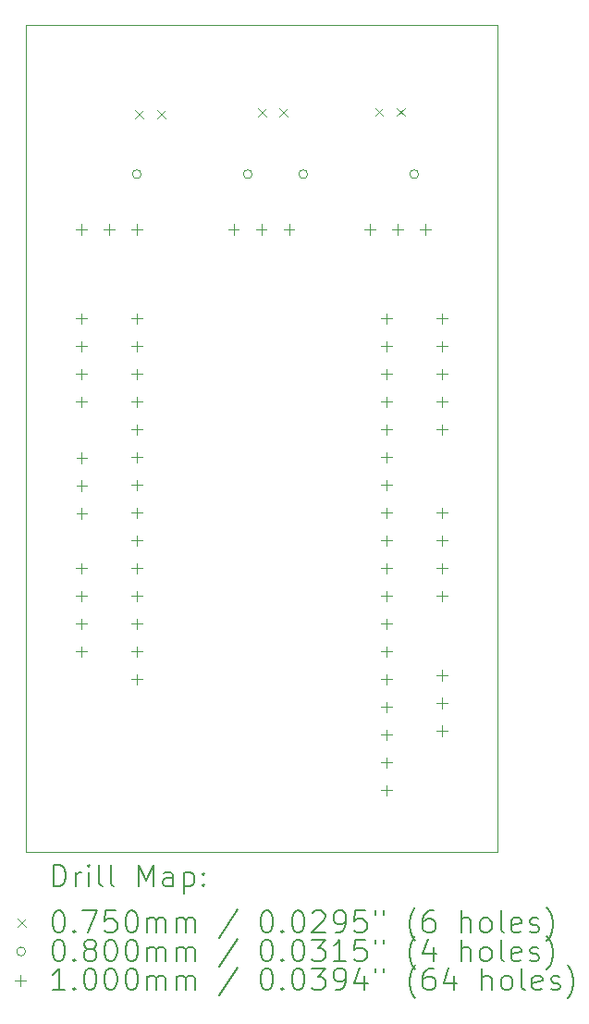
<source format=gbr>
%TF.GenerationSoftware,KiCad,Pcbnew,6.0.7-f9a2dced07~116~ubuntu20.04.1*%
%TF.CreationDate,2022-07-30T18:16:04+02:00*%
%TF.ProjectId,fatrug,66617472-7567-42e6-9b69-6361645f7063,rev?*%
%TF.SameCoordinates,Original*%
%TF.FileFunction,Drillmap*%
%TF.FilePolarity,Positive*%
%FSLAX45Y45*%
G04 Gerber Fmt 4.5, Leading zero omitted, Abs format (unit mm)*
G04 Created by KiCad (PCBNEW 6.0.7-f9a2dced07~116~ubuntu20.04.1) date 2022-07-30 18:16:04*
%MOMM*%
%LPD*%
G01*
G04 APERTURE LIST*
%ADD10C,0.100000*%
%ADD11C,0.200000*%
%ADD12C,0.075000*%
%ADD13C,0.080000*%
G04 APERTURE END LIST*
D10*
X5842000Y-10872500D02*
X5842000Y-3302000D01*
X10160000Y-10872500D02*
X5842000Y-10872500D01*
X10160000Y-3302000D02*
X10160000Y-10872500D01*
X5842000Y-3302000D02*
X10160000Y-3302000D01*
D11*
D12*
X6840000Y-4077500D02*
X6915000Y-4152500D01*
X6915000Y-4077500D02*
X6840000Y-4152500D01*
X7040000Y-4077500D02*
X7115000Y-4152500D01*
X7115000Y-4077500D02*
X7040000Y-4152500D01*
X7963500Y-4065000D02*
X8038500Y-4140000D01*
X8038500Y-4065000D02*
X7963500Y-4140000D01*
X8163500Y-4065000D02*
X8238500Y-4140000D01*
X8238500Y-4065000D02*
X8163500Y-4140000D01*
X9037500Y-4060000D02*
X9112500Y-4135000D01*
X9112500Y-4060000D02*
X9037500Y-4135000D01*
X9237500Y-4060000D02*
X9312500Y-4135000D01*
X9312500Y-4060000D02*
X9237500Y-4135000D01*
D13*
X6896000Y-4667000D02*
G75*
G03*
X6896000Y-4667000I-40000J0D01*
G01*
X7912000Y-4667000D02*
G75*
G03*
X7912000Y-4667000I-40000J0D01*
G01*
X8420000Y-4667000D02*
G75*
G03*
X8420000Y-4667000I-40000J0D01*
G01*
X9436000Y-4667000D02*
G75*
G03*
X9436000Y-4667000I-40000J0D01*
G01*
D10*
X6348000Y-5125000D02*
X6348000Y-5225000D01*
X6298000Y-5175000D02*
X6398000Y-5175000D01*
X6349500Y-5939500D02*
X6349500Y-6039500D01*
X6299500Y-5989500D02*
X6399500Y-5989500D01*
X6349500Y-6193500D02*
X6349500Y-6293500D01*
X6299500Y-6243500D02*
X6399500Y-6243500D01*
X6349500Y-6447500D02*
X6349500Y-6547500D01*
X6299500Y-6497500D02*
X6399500Y-6497500D01*
X6349500Y-6701500D02*
X6349500Y-6801500D01*
X6299500Y-6751500D02*
X6399500Y-6751500D01*
X6349500Y-8225500D02*
X6349500Y-8325500D01*
X6299500Y-8275500D02*
X6399500Y-8275500D01*
X6349500Y-8479500D02*
X6349500Y-8579500D01*
X6299500Y-8529500D02*
X6399500Y-8529500D01*
X6349500Y-8733500D02*
X6349500Y-8833500D01*
X6299500Y-8783500D02*
X6399500Y-8783500D01*
X6349500Y-8987500D02*
X6349500Y-9087500D01*
X6299500Y-9037500D02*
X6399500Y-9037500D01*
X6352500Y-7212500D02*
X6352500Y-7312500D01*
X6302500Y-7262500D02*
X6402500Y-7262500D01*
X6352500Y-7466500D02*
X6352500Y-7566500D01*
X6302500Y-7516500D02*
X6402500Y-7516500D01*
X6352500Y-7720500D02*
X6352500Y-7820500D01*
X6302500Y-7770500D02*
X6402500Y-7770500D01*
X6602000Y-5125000D02*
X6602000Y-5225000D01*
X6552000Y-5175000D02*
X6652000Y-5175000D01*
X6856000Y-5125000D02*
X6856000Y-5225000D01*
X6806000Y-5175000D02*
X6906000Y-5175000D01*
X6857500Y-5939500D02*
X6857500Y-6039500D01*
X6807500Y-5989500D02*
X6907500Y-5989500D01*
X6857500Y-6193500D02*
X6857500Y-6293500D01*
X6807500Y-6243500D02*
X6907500Y-6243500D01*
X6857500Y-6447500D02*
X6857500Y-6547500D01*
X6807500Y-6497500D02*
X6907500Y-6497500D01*
X6857500Y-6701500D02*
X6857500Y-6801500D01*
X6807500Y-6751500D02*
X6907500Y-6751500D01*
X6857500Y-6955500D02*
X6857500Y-7055500D01*
X6807500Y-7005500D02*
X6907500Y-7005500D01*
X6857500Y-7209500D02*
X6857500Y-7309500D01*
X6807500Y-7259500D02*
X6907500Y-7259500D01*
X6857500Y-7463500D02*
X6857500Y-7563500D01*
X6807500Y-7513500D02*
X6907500Y-7513500D01*
X6857500Y-7717500D02*
X6857500Y-7817500D01*
X6807500Y-7767500D02*
X6907500Y-7767500D01*
X6857500Y-7971500D02*
X6857500Y-8071500D01*
X6807500Y-8021500D02*
X6907500Y-8021500D01*
X6857500Y-8225500D02*
X6857500Y-8325500D01*
X6807500Y-8275500D02*
X6907500Y-8275500D01*
X6857500Y-8479500D02*
X6857500Y-8579500D01*
X6807500Y-8529500D02*
X6907500Y-8529500D01*
X6857500Y-8733500D02*
X6857500Y-8833500D01*
X6807500Y-8783500D02*
X6907500Y-8783500D01*
X6857500Y-8987500D02*
X6857500Y-9087500D01*
X6807500Y-9037500D02*
X6907500Y-9037500D01*
X6857500Y-9241500D02*
X6857500Y-9341500D01*
X6807500Y-9291500D02*
X6907500Y-9291500D01*
X7742000Y-5125000D02*
X7742000Y-5225000D01*
X7692000Y-5175000D02*
X7792000Y-5175000D01*
X7996000Y-5125000D02*
X7996000Y-5225000D01*
X7946000Y-5175000D02*
X8046000Y-5175000D01*
X8250000Y-5125000D02*
X8250000Y-5225000D01*
X8200000Y-5175000D02*
X8300000Y-5175000D01*
X8992000Y-5125000D02*
X8992000Y-5225000D01*
X8942000Y-5175000D02*
X9042000Y-5175000D01*
X9143500Y-5939500D02*
X9143500Y-6039500D01*
X9093500Y-5989500D02*
X9193500Y-5989500D01*
X9143500Y-6193500D02*
X9143500Y-6293500D01*
X9093500Y-6243500D02*
X9193500Y-6243500D01*
X9143500Y-6447500D02*
X9143500Y-6547500D01*
X9093500Y-6497500D02*
X9193500Y-6497500D01*
X9143500Y-6701500D02*
X9143500Y-6801500D01*
X9093500Y-6751500D02*
X9193500Y-6751500D01*
X9143500Y-6955500D02*
X9143500Y-7055500D01*
X9093500Y-7005500D02*
X9193500Y-7005500D01*
X9143500Y-7209500D02*
X9143500Y-7309500D01*
X9093500Y-7259500D02*
X9193500Y-7259500D01*
X9143500Y-7463500D02*
X9143500Y-7563500D01*
X9093500Y-7513500D02*
X9193500Y-7513500D01*
X9143500Y-7717500D02*
X9143500Y-7817500D01*
X9093500Y-7767500D02*
X9193500Y-7767500D01*
X9143500Y-7971500D02*
X9143500Y-8071500D01*
X9093500Y-8021500D02*
X9193500Y-8021500D01*
X9143500Y-8225500D02*
X9143500Y-8325500D01*
X9093500Y-8275500D02*
X9193500Y-8275500D01*
X9143500Y-8479500D02*
X9143500Y-8579500D01*
X9093500Y-8529500D02*
X9193500Y-8529500D01*
X9143500Y-8733500D02*
X9143500Y-8833500D01*
X9093500Y-8783500D02*
X9193500Y-8783500D01*
X9143500Y-8987500D02*
X9143500Y-9087500D01*
X9093500Y-9037500D02*
X9193500Y-9037500D01*
X9143500Y-9241500D02*
X9143500Y-9341500D01*
X9093500Y-9291500D02*
X9193500Y-9291500D01*
X9143500Y-9495500D02*
X9143500Y-9595500D01*
X9093500Y-9545500D02*
X9193500Y-9545500D01*
X9143500Y-9749500D02*
X9143500Y-9849500D01*
X9093500Y-9799500D02*
X9193500Y-9799500D01*
X9143500Y-10003500D02*
X9143500Y-10103500D01*
X9093500Y-10053500D02*
X9193500Y-10053500D01*
X9143500Y-10257500D02*
X9143500Y-10357500D01*
X9093500Y-10307500D02*
X9193500Y-10307500D01*
X9246000Y-5125000D02*
X9246000Y-5225000D01*
X9196000Y-5175000D02*
X9296000Y-5175000D01*
X9500000Y-5125000D02*
X9500000Y-5225000D01*
X9450000Y-5175000D02*
X9550000Y-5175000D01*
X9650000Y-9200000D02*
X9650000Y-9300000D01*
X9600000Y-9250000D02*
X9700000Y-9250000D01*
X9650000Y-9454000D02*
X9650000Y-9554000D01*
X9600000Y-9504000D02*
X9700000Y-9504000D01*
X9650000Y-9708000D02*
X9650000Y-9808000D01*
X9600000Y-9758000D02*
X9700000Y-9758000D01*
X9651500Y-5939500D02*
X9651500Y-6039500D01*
X9601500Y-5989500D02*
X9701500Y-5989500D01*
X9651500Y-6193500D02*
X9651500Y-6293500D01*
X9601500Y-6243500D02*
X9701500Y-6243500D01*
X9651500Y-6447500D02*
X9651500Y-6547500D01*
X9601500Y-6497500D02*
X9701500Y-6497500D01*
X9651500Y-6701500D02*
X9651500Y-6801500D01*
X9601500Y-6751500D02*
X9701500Y-6751500D01*
X9651500Y-6955500D02*
X9651500Y-7055500D01*
X9601500Y-7005500D02*
X9701500Y-7005500D01*
X9651500Y-7717500D02*
X9651500Y-7817500D01*
X9601500Y-7767500D02*
X9701500Y-7767500D01*
X9651500Y-7971500D02*
X9651500Y-8071500D01*
X9601500Y-8021500D02*
X9701500Y-8021500D01*
X9651500Y-8225500D02*
X9651500Y-8325500D01*
X9601500Y-8275500D02*
X9701500Y-8275500D01*
X9651500Y-8479500D02*
X9651500Y-8579500D01*
X9601500Y-8529500D02*
X9701500Y-8529500D01*
D11*
X6094619Y-11187976D02*
X6094619Y-10987976D01*
X6142238Y-10987976D01*
X6170809Y-10997500D01*
X6189857Y-11016548D01*
X6199381Y-11035595D01*
X6208905Y-11073690D01*
X6208905Y-11102262D01*
X6199381Y-11140357D01*
X6189857Y-11159405D01*
X6170809Y-11178452D01*
X6142238Y-11187976D01*
X6094619Y-11187976D01*
X6294619Y-11187976D02*
X6294619Y-11054643D01*
X6294619Y-11092738D02*
X6304143Y-11073690D01*
X6313667Y-11064167D01*
X6332714Y-11054643D01*
X6351762Y-11054643D01*
X6418428Y-11187976D02*
X6418428Y-11054643D01*
X6418428Y-10987976D02*
X6408905Y-10997500D01*
X6418428Y-11007024D01*
X6427952Y-10997500D01*
X6418428Y-10987976D01*
X6418428Y-11007024D01*
X6542238Y-11187976D02*
X6523190Y-11178452D01*
X6513667Y-11159405D01*
X6513667Y-10987976D01*
X6647000Y-11187976D02*
X6627952Y-11178452D01*
X6618428Y-11159405D01*
X6618428Y-10987976D01*
X6875571Y-11187976D02*
X6875571Y-10987976D01*
X6942238Y-11130833D01*
X7008905Y-10987976D01*
X7008905Y-11187976D01*
X7189857Y-11187976D02*
X7189857Y-11083214D01*
X7180333Y-11064167D01*
X7161286Y-11054643D01*
X7123190Y-11054643D01*
X7104143Y-11064167D01*
X7189857Y-11178452D02*
X7170809Y-11187976D01*
X7123190Y-11187976D01*
X7104143Y-11178452D01*
X7094619Y-11159405D01*
X7094619Y-11140357D01*
X7104143Y-11121310D01*
X7123190Y-11111786D01*
X7170809Y-11111786D01*
X7189857Y-11102262D01*
X7285095Y-11054643D02*
X7285095Y-11254643D01*
X7285095Y-11064167D02*
X7304143Y-11054643D01*
X7342238Y-11054643D01*
X7361286Y-11064167D01*
X7370809Y-11073690D01*
X7380333Y-11092738D01*
X7380333Y-11149881D01*
X7370809Y-11168929D01*
X7361286Y-11178452D01*
X7342238Y-11187976D01*
X7304143Y-11187976D01*
X7285095Y-11178452D01*
X7466048Y-11168929D02*
X7475571Y-11178452D01*
X7466048Y-11187976D01*
X7456524Y-11178452D01*
X7466048Y-11168929D01*
X7466048Y-11187976D01*
X7466048Y-11064167D02*
X7475571Y-11073690D01*
X7466048Y-11083214D01*
X7456524Y-11073690D01*
X7466048Y-11064167D01*
X7466048Y-11083214D01*
D12*
X5762000Y-11480000D02*
X5837000Y-11555000D01*
X5837000Y-11480000D02*
X5762000Y-11555000D01*
D11*
X6132714Y-11407976D02*
X6151762Y-11407976D01*
X6170809Y-11417500D01*
X6180333Y-11427024D01*
X6189857Y-11446071D01*
X6199381Y-11484167D01*
X6199381Y-11531786D01*
X6189857Y-11569881D01*
X6180333Y-11588928D01*
X6170809Y-11598452D01*
X6151762Y-11607976D01*
X6132714Y-11607976D01*
X6113667Y-11598452D01*
X6104143Y-11588928D01*
X6094619Y-11569881D01*
X6085095Y-11531786D01*
X6085095Y-11484167D01*
X6094619Y-11446071D01*
X6104143Y-11427024D01*
X6113667Y-11417500D01*
X6132714Y-11407976D01*
X6285095Y-11588928D02*
X6294619Y-11598452D01*
X6285095Y-11607976D01*
X6275571Y-11598452D01*
X6285095Y-11588928D01*
X6285095Y-11607976D01*
X6361286Y-11407976D02*
X6494619Y-11407976D01*
X6408905Y-11607976D01*
X6666048Y-11407976D02*
X6570809Y-11407976D01*
X6561286Y-11503214D01*
X6570809Y-11493690D01*
X6589857Y-11484167D01*
X6637476Y-11484167D01*
X6656524Y-11493690D01*
X6666048Y-11503214D01*
X6675571Y-11522262D01*
X6675571Y-11569881D01*
X6666048Y-11588928D01*
X6656524Y-11598452D01*
X6637476Y-11607976D01*
X6589857Y-11607976D01*
X6570809Y-11598452D01*
X6561286Y-11588928D01*
X6799381Y-11407976D02*
X6818428Y-11407976D01*
X6837476Y-11417500D01*
X6847000Y-11427024D01*
X6856524Y-11446071D01*
X6866048Y-11484167D01*
X6866048Y-11531786D01*
X6856524Y-11569881D01*
X6847000Y-11588928D01*
X6837476Y-11598452D01*
X6818428Y-11607976D01*
X6799381Y-11607976D01*
X6780333Y-11598452D01*
X6770809Y-11588928D01*
X6761286Y-11569881D01*
X6751762Y-11531786D01*
X6751762Y-11484167D01*
X6761286Y-11446071D01*
X6770809Y-11427024D01*
X6780333Y-11417500D01*
X6799381Y-11407976D01*
X6951762Y-11607976D02*
X6951762Y-11474643D01*
X6951762Y-11493690D02*
X6961286Y-11484167D01*
X6980333Y-11474643D01*
X7008905Y-11474643D01*
X7027952Y-11484167D01*
X7037476Y-11503214D01*
X7037476Y-11607976D01*
X7037476Y-11503214D02*
X7047000Y-11484167D01*
X7066048Y-11474643D01*
X7094619Y-11474643D01*
X7113667Y-11484167D01*
X7123190Y-11503214D01*
X7123190Y-11607976D01*
X7218428Y-11607976D02*
X7218428Y-11474643D01*
X7218428Y-11493690D02*
X7227952Y-11484167D01*
X7247000Y-11474643D01*
X7275571Y-11474643D01*
X7294619Y-11484167D01*
X7304143Y-11503214D01*
X7304143Y-11607976D01*
X7304143Y-11503214D02*
X7313667Y-11484167D01*
X7332714Y-11474643D01*
X7361286Y-11474643D01*
X7380333Y-11484167D01*
X7389857Y-11503214D01*
X7389857Y-11607976D01*
X7780333Y-11398452D02*
X7608905Y-11655595D01*
X8037476Y-11407976D02*
X8056524Y-11407976D01*
X8075571Y-11417500D01*
X8085095Y-11427024D01*
X8094619Y-11446071D01*
X8104143Y-11484167D01*
X8104143Y-11531786D01*
X8094619Y-11569881D01*
X8085095Y-11588928D01*
X8075571Y-11598452D01*
X8056524Y-11607976D01*
X8037476Y-11607976D01*
X8018428Y-11598452D01*
X8008905Y-11588928D01*
X7999381Y-11569881D01*
X7989857Y-11531786D01*
X7989857Y-11484167D01*
X7999381Y-11446071D01*
X8008905Y-11427024D01*
X8018428Y-11417500D01*
X8037476Y-11407976D01*
X8189857Y-11588928D02*
X8199381Y-11598452D01*
X8189857Y-11607976D01*
X8180333Y-11598452D01*
X8189857Y-11588928D01*
X8189857Y-11607976D01*
X8323190Y-11407976D02*
X8342238Y-11407976D01*
X8361286Y-11417500D01*
X8370809Y-11427024D01*
X8380333Y-11446071D01*
X8389857Y-11484167D01*
X8389857Y-11531786D01*
X8380333Y-11569881D01*
X8370809Y-11588928D01*
X8361286Y-11598452D01*
X8342238Y-11607976D01*
X8323190Y-11607976D01*
X8304143Y-11598452D01*
X8294619Y-11588928D01*
X8285095Y-11569881D01*
X8275571Y-11531786D01*
X8275571Y-11484167D01*
X8285095Y-11446071D01*
X8294619Y-11427024D01*
X8304143Y-11417500D01*
X8323190Y-11407976D01*
X8466048Y-11427024D02*
X8475571Y-11417500D01*
X8494619Y-11407976D01*
X8542238Y-11407976D01*
X8561286Y-11417500D01*
X8570810Y-11427024D01*
X8580333Y-11446071D01*
X8580333Y-11465119D01*
X8570810Y-11493690D01*
X8456524Y-11607976D01*
X8580333Y-11607976D01*
X8675571Y-11607976D02*
X8713667Y-11607976D01*
X8732714Y-11598452D01*
X8742238Y-11588928D01*
X8761286Y-11560357D01*
X8770810Y-11522262D01*
X8770810Y-11446071D01*
X8761286Y-11427024D01*
X8751762Y-11417500D01*
X8732714Y-11407976D01*
X8694619Y-11407976D01*
X8675571Y-11417500D01*
X8666048Y-11427024D01*
X8656524Y-11446071D01*
X8656524Y-11493690D01*
X8666048Y-11512738D01*
X8675571Y-11522262D01*
X8694619Y-11531786D01*
X8732714Y-11531786D01*
X8751762Y-11522262D01*
X8761286Y-11512738D01*
X8770810Y-11493690D01*
X8951762Y-11407976D02*
X8856524Y-11407976D01*
X8847000Y-11503214D01*
X8856524Y-11493690D01*
X8875571Y-11484167D01*
X8923190Y-11484167D01*
X8942238Y-11493690D01*
X8951762Y-11503214D01*
X8961286Y-11522262D01*
X8961286Y-11569881D01*
X8951762Y-11588928D01*
X8942238Y-11598452D01*
X8923190Y-11607976D01*
X8875571Y-11607976D01*
X8856524Y-11598452D01*
X8847000Y-11588928D01*
X9037476Y-11407976D02*
X9037476Y-11446071D01*
X9113667Y-11407976D02*
X9113667Y-11446071D01*
X9408905Y-11684167D02*
X9399381Y-11674643D01*
X9380333Y-11646071D01*
X9370810Y-11627024D01*
X9361286Y-11598452D01*
X9351762Y-11550833D01*
X9351762Y-11512738D01*
X9361286Y-11465119D01*
X9370810Y-11436548D01*
X9380333Y-11417500D01*
X9399381Y-11388928D01*
X9408905Y-11379405D01*
X9570810Y-11407976D02*
X9532714Y-11407976D01*
X9513667Y-11417500D01*
X9504143Y-11427024D01*
X9485095Y-11455595D01*
X9475571Y-11493690D01*
X9475571Y-11569881D01*
X9485095Y-11588928D01*
X9494619Y-11598452D01*
X9513667Y-11607976D01*
X9551762Y-11607976D01*
X9570810Y-11598452D01*
X9580333Y-11588928D01*
X9589857Y-11569881D01*
X9589857Y-11522262D01*
X9580333Y-11503214D01*
X9570810Y-11493690D01*
X9551762Y-11484167D01*
X9513667Y-11484167D01*
X9494619Y-11493690D01*
X9485095Y-11503214D01*
X9475571Y-11522262D01*
X9827952Y-11607976D02*
X9827952Y-11407976D01*
X9913667Y-11607976D02*
X9913667Y-11503214D01*
X9904143Y-11484167D01*
X9885095Y-11474643D01*
X9856524Y-11474643D01*
X9837476Y-11484167D01*
X9827952Y-11493690D01*
X10037476Y-11607976D02*
X10018429Y-11598452D01*
X10008905Y-11588928D01*
X9999381Y-11569881D01*
X9999381Y-11512738D01*
X10008905Y-11493690D01*
X10018429Y-11484167D01*
X10037476Y-11474643D01*
X10066048Y-11474643D01*
X10085095Y-11484167D01*
X10094619Y-11493690D01*
X10104143Y-11512738D01*
X10104143Y-11569881D01*
X10094619Y-11588928D01*
X10085095Y-11598452D01*
X10066048Y-11607976D01*
X10037476Y-11607976D01*
X10218429Y-11607976D02*
X10199381Y-11598452D01*
X10189857Y-11579405D01*
X10189857Y-11407976D01*
X10370810Y-11598452D02*
X10351762Y-11607976D01*
X10313667Y-11607976D01*
X10294619Y-11598452D01*
X10285095Y-11579405D01*
X10285095Y-11503214D01*
X10294619Y-11484167D01*
X10313667Y-11474643D01*
X10351762Y-11474643D01*
X10370810Y-11484167D01*
X10380333Y-11503214D01*
X10380333Y-11522262D01*
X10285095Y-11541309D01*
X10456524Y-11598452D02*
X10475571Y-11607976D01*
X10513667Y-11607976D01*
X10532714Y-11598452D01*
X10542238Y-11579405D01*
X10542238Y-11569881D01*
X10532714Y-11550833D01*
X10513667Y-11541309D01*
X10485095Y-11541309D01*
X10466048Y-11531786D01*
X10456524Y-11512738D01*
X10456524Y-11503214D01*
X10466048Y-11484167D01*
X10485095Y-11474643D01*
X10513667Y-11474643D01*
X10532714Y-11484167D01*
X10608905Y-11684167D02*
X10618429Y-11674643D01*
X10637476Y-11646071D01*
X10647000Y-11627024D01*
X10656524Y-11598452D01*
X10666048Y-11550833D01*
X10666048Y-11512738D01*
X10656524Y-11465119D01*
X10647000Y-11436548D01*
X10637476Y-11417500D01*
X10618429Y-11388928D01*
X10608905Y-11379405D01*
D13*
X5837000Y-11781500D02*
G75*
G03*
X5837000Y-11781500I-40000J0D01*
G01*
D11*
X6132714Y-11671976D02*
X6151762Y-11671976D01*
X6170809Y-11681500D01*
X6180333Y-11691024D01*
X6189857Y-11710071D01*
X6199381Y-11748167D01*
X6199381Y-11795786D01*
X6189857Y-11833881D01*
X6180333Y-11852928D01*
X6170809Y-11862452D01*
X6151762Y-11871976D01*
X6132714Y-11871976D01*
X6113667Y-11862452D01*
X6104143Y-11852928D01*
X6094619Y-11833881D01*
X6085095Y-11795786D01*
X6085095Y-11748167D01*
X6094619Y-11710071D01*
X6104143Y-11691024D01*
X6113667Y-11681500D01*
X6132714Y-11671976D01*
X6285095Y-11852928D02*
X6294619Y-11862452D01*
X6285095Y-11871976D01*
X6275571Y-11862452D01*
X6285095Y-11852928D01*
X6285095Y-11871976D01*
X6408905Y-11757690D02*
X6389857Y-11748167D01*
X6380333Y-11738643D01*
X6370809Y-11719595D01*
X6370809Y-11710071D01*
X6380333Y-11691024D01*
X6389857Y-11681500D01*
X6408905Y-11671976D01*
X6447000Y-11671976D01*
X6466048Y-11681500D01*
X6475571Y-11691024D01*
X6485095Y-11710071D01*
X6485095Y-11719595D01*
X6475571Y-11738643D01*
X6466048Y-11748167D01*
X6447000Y-11757690D01*
X6408905Y-11757690D01*
X6389857Y-11767214D01*
X6380333Y-11776738D01*
X6370809Y-11795786D01*
X6370809Y-11833881D01*
X6380333Y-11852928D01*
X6389857Y-11862452D01*
X6408905Y-11871976D01*
X6447000Y-11871976D01*
X6466048Y-11862452D01*
X6475571Y-11852928D01*
X6485095Y-11833881D01*
X6485095Y-11795786D01*
X6475571Y-11776738D01*
X6466048Y-11767214D01*
X6447000Y-11757690D01*
X6608905Y-11671976D02*
X6627952Y-11671976D01*
X6647000Y-11681500D01*
X6656524Y-11691024D01*
X6666048Y-11710071D01*
X6675571Y-11748167D01*
X6675571Y-11795786D01*
X6666048Y-11833881D01*
X6656524Y-11852928D01*
X6647000Y-11862452D01*
X6627952Y-11871976D01*
X6608905Y-11871976D01*
X6589857Y-11862452D01*
X6580333Y-11852928D01*
X6570809Y-11833881D01*
X6561286Y-11795786D01*
X6561286Y-11748167D01*
X6570809Y-11710071D01*
X6580333Y-11691024D01*
X6589857Y-11681500D01*
X6608905Y-11671976D01*
X6799381Y-11671976D02*
X6818428Y-11671976D01*
X6837476Y-11681500D01*
X6847000Y-11691024D01*
X6856524Y-11710071D01*
X6866048Y-11748167D01*
X6866048Y-11795786D01*
X6856524Y-11833881D01*
X6847000Y-11852928D01*
X6837476Y-11862452D01*
X6818428Y-11871976D01*
X6799381Y-11871976D01*
X6780333Y-11862452D01*
X6770809Y-11852928D01*
X6761286Y-11833881D01*
X6751762Y-11795786D01*
X6751762Y-11748167D01*
X6761286Y-11710071D01*
X6770809Y-11691024D01*
X6780333Y-11681500D01*
X6799381Y-11671976D01*
X6951762Y-11871976D02*
X6951762Y-11738643D01*
X6951762Y-11757690D02*
X6961286Y-11748167D01*
X6980333Y-11738643D01*
X7008905Y-11738643D01*
X7027952Y-11748167D01*
X7037476Y-11767214D01*
X7037476Y-11871976D01*
X7037476Y-11767214D02*
X7047000Y-11748167D01*
X7066048Y-11738643D01*
X7094619Y-11738643D01*
X7113667Y-11748167D01*
X7123190Y-11767214D01*
X7123190Y-11871976D01*
X7218428Y-11871976D02*
X7218428Y-11738643D01*
X7218428Y-11757690D02*
X7227952Y-11748167D01*
X7247000Y-11738643D01*
X7275571Y-11738643D01*
X7294619Y-11748167D01*
X7304143Y-11767214D01*
X7304143Y-11871976D01*
X7304143Y-11767214D02*
X7313667Y-11748167D01*
X7332714Y-11738643D01*
X7361286Y-11738643D01*
X7380333Y-11748167D01*
X7389857Y-11767214D01*
X7389857Y-11871976D01*
X7780333Y-11662452D02*
X7608905Y-11919595D01*
X8037476Y-11671976D02*
X8056524Y-11671976D01*
X8075571Y-11681500D01*
X8085095Y-11691024D01*
X8094619Y-11710071D01*
X8104143Y-11748167D01*
X8104143Y-11795786D01*
X8094619Y-11833881D01*
X8085095Y-11852928D01*
X8075571Y-11862452D01*
X8056524Y-11871976D01*
X8037476Y-11871976D01*
X8018428Y-11862452D01*
X8008905Y-11852928D01*
X7999381Y-11833881D01*
X7989857Y-11795786D01*
X7989857Y-11748167D01*
X7999381Y-11710071D01*
X8008905Y-11691024D01*
X8018428Y-11681500D01*
X8037476Y-11671976D01*
X8189857Y-11852928D02*
X8199381Y-11862452D01*
X8189857Y-11871976D01*
X8180333Y-11862452D01*
X8189857Y-11852928D01*
X8189857Y-11871976D01*
X8323190Y-11671976D02*
X8342238Y-11671976D01*
X8361286Y-11681500D01*
X8370809Y-11691024D01*
X8380333Y-11710071D01*
X8389857Y-11748167D01*
X8389857Y-11795786D01*
X8380333Y-11833881D01*
X8370809Y-11852928D01*
X8361286Y-11862452D01*
X8342238Y-11871976D01*
X8323190Y-11871976D01*
X8304143Y-11862452D01*
X8294619Y-11852928D01*
X8285095Y-11833881D01*
X8275571Y-11795786D01*
X8275571Y-11748167D01*
X8285095Y-11710071D01*
X8294619Y-11691024D01*
X8304143Y-11681500D01*
X8323190Y-11671976D01*
X8456524Y-11671976D02*
X8580333Y-11671976D01*
X8513667Y-11748167D01*
X8542238Y-11748167D01*
X8561286Y-11757690D01*
X8570810Y-11767214D01*
X8580333Y-11786262D01*
X8580333Y-11833881D01*
X8570810Y-11852928D01*
X8561286Y-11862452D01*
X8542238Y-11871976D01*
X8485095Y-11871976D01*
X8466048Y-11862452D01*
X8456524Y-11852928D01*
X8770810Y-11871976D02*
X8656524Y-11871976D01*
X8713667Y-11871976D02*
X8713667Y-11671976D01*
X8694619Y-11700548D01*
X8675571Y-11719595D01*
X8656524Y-11729119D01*
X8951762Y-11671976D02*
X8856524Y-11671976D01*
X8847000Y-11767214D01*
X8856524Y-11757690D01*
X8875571Y-11748167D01*
X8923190Y-11748167D01*
X8942238Y-11757690D01*
X8951762Y-11767214D01*
X8961286Y-11786262D01*
X8961286Y-11833881D01*
X8951762Y-11852928D01*
X8942238Y-11862452D01*
X8923190Y-11871976D01*
X8875571Y-11871976D01*
X8856524Y-11862452D01*
X8847000Y-11852928D01*
X9037476Y-11671976D02*
X9037476Y-11710071D01*
X9113667Y-11671976D02*
X9113667Y-11710071D01*
X9408905Y-11948167D02*
X9399381Y-11938643D01*
X9380333Y-11910071D01*
X9370810Y-11891024D01*
X9361286Y-11862452D01*
X9351762Y-11814833D01*
X9351762Y-11776738D01*
X9361286Y-11729119D01*
X9370810Y-11700548D01*
X9380333Y-11681500D01*
X9399381Y-11652928D01*
X9408905Y-11643405D01*
X9570810Y-11738643D02*
X9570810Y-11871976D01*
X9523190Y-11662452D02*
X9475571Y-11805309D01*
X9599381Y-11805309D01*
X9827952Y-11871976D02*
X9827952Y-11671976D01*
X9913667Y-11871976D02*
X9913667Y-11767214D01*
X9904143Y-11748167D01*
X9885095Y-11738643D01*
X9856524Y-11738643D01*
X9837476Y-11748167D01*
X9827952Y-11757690D01*
X10037476Y-11871976D02*
X10018429Y-11862452D01*
X10008905Y-11852928D01*
X9999381Y-11833881D01*
X9999381Y-11776738D01*
X10008905Y-11757690D01*
X10018429Y-11748167D01*
X10037476Y-11738643D01*
X10066048Y-11738643D01*
X10085095Y-11748167D01*
X10094619Y-11757690D01*
X10104143Y-11776738D01*
X10104143Y-11833881D01*
X10094619Y-11852928D01*
X10085095Y-11862452D01*
X10066048Y-11871976D01*
X10037476Y-11871976D01*
X10218429Y-11871976D02*
X10199381Y-11862452D01*
X10189857Y-11843405D01*
X10189857Y-11671976D01*
X10370810Y-11862452D02*
X10351762Y-11871976D01*
X10313667Y-11871976D01*
X10294619Y-11862452D01*
X10285095Y-11843405D01*
X10285095Y-11767214D01*
X10294619Y-11748167D01*
X10313667Y-11738643D01*
X10351762Y-11738643D01*
X10370810Y-11748167D01*
X10380333Y-11767214D01*
X10380333Y-11786262D01*
X10285095Y-11805309D01*
X10456524Y-11862452D02*
X10475571Y-11871976D01*
X10513667Y-11871976D01*
X10532714Y-11862452D01*
X10542238Y-11843405D01*
X10542238Y-11833881D01*
X10532714Y-11814833D01*
X10513667Y-11805309D01*
X10485095Y-11805309D01*
X10466048Y-11795786D01*
X10456524Y-11776738D01*
X10456524Y-11767214D01*
X10466048Y-11748167D01*
X10485095Y-11738643D01*
X10513667Y-11738643D01*
X10532714Y-11748167D01*
X10608905Y-11948167D02*
X10618429Y-11938643D01*
X10637476Y-11910071D01*
X10647000Y-11891024D01*
X10656524Y-11862452D01*
X10666048Y-11814833D01*
X10666048Y-11776738D01*
X10656524Y-11729119D01*
X10647000Y-11700548D01*
X10637476Y-11681500D01*
X10618429Y-11652928D01*
X10608905Y-11643405D01*
D10*
X5787000Y-11995500D02*
X5787000Y-12095500D01*
X5737000Y-12045500D02*
X5837000Y-12045500D01*
D11*
X6199381Y-12135976D02*
X6085095Y-12135976D01*
X6142238Y-12135976D02*
X6142238Y-11935976D01*
X6123190Y-11964548D01*
X6104143Y-11983595D01*
X6085095Y-11993119D01*
X6285095Y-12116928D02*
X6294619Y-12126452D01*
X6285095Y-12135976D01*
X6275571Y-12126452D01*
X6285095Y-12116928D01*
X6285095Y-12135976D01*
X6418428Y-11935976D02*
X6437476Y-11935976D01*
X6456524Y-11945500D01*
X6466048Y-11955024D01*
X6475571Y-11974071D01*
X6485095Y-12012167D01*
X6485095Y-12059786D01*
X6475571Y-12097881D01*
X6466048Y-12116928D01*
X6456524Y-12126452D01*
X6437476Y-12135976D01*
X6418428Y-12135976D01*
X6399381Y-12126452D01*
X6389857Y-12116928D01*
X6380333Y-12097881D01*
X6370809Y-12059786D01*
X6370809Y-12012167D01*
X6380333Y-11974071D01*
X6389857Y-11955024D01*
X6399381Y-11945500D01*
X6418428Y-11935976D01*
X6608905Y-11935976D02*
X6627952Y-11935976D01*
X6647000Y-11945500D01*
X6656524Y-11955024D01*
X6666048Y-11974071D01*
X6675571Y-12012167D01*
X6675571Y-12059786D01*
X6666048Y-12097881D01*
X6656524Y-12116928D01*
X6647000Y-12126452D01*
X6627952Y-12135976D01*
X6608905Y-12135976D01*
X6589857Y-12126452D01*
X6580333Y-12116928D01*
X6570809Y-12097881D01*
X6561286Y-12059786D01*
X6561286Y-12012167D01*
X6570809Y-11974071D01*
X6580333Y-11955024D01*
X6589857Y-11945500D01*
X6608905Y-11935976D01*
X6799381Y-11935976D02*
X6818428Y-11935976D01*
X6837476Y-11945500D01*
X6847000Y-11955024D01*
X6856524Y-11974071D01*
X6866048Y-12012167D01*
X6866048Y-12059786D01*
X6856524Y-12097881D01*
X6847000Y-12116928D01*
X6837476Y-12126452D01*
X6818428Y-12135976D01*
X6799381Y-12135976D01*
X6780333Y-12126452D01*
X6770809Y-12116928D01*
X6761286Y-12097881D01*
X6751762Y-12059786D01*
X6751762Y-12012167D01*
X6761286Y-11974071D01*
X6770809Y-11955024D01*
X6780333Y-11945500D01*
X6799381Y-11935976D01*
X6951762Y-12135976D02*
X6951762Y-12002643D01*
X6951762Y-12021690D02*
X6961286Y-12012167D01*
X6980333Y-12002643D01*
X7008905Y-12002643D01*
X7027952Y-12012167D01*
X7037476Y-12031214D01*
X7037476Y-12135976D01*
X7037476Y-12031214D02*
X7047000Y-12012167D01*
X7066048Y-12002643D01*
X7094619Y-12002643D01*
X7113667Y-12012167D01*
X7123190Y-12031214D01*
X7123190Y-12135976D01*
X7218428Y-12135976D02*
X7218428Y-12002643D01*
X7218428Y-12021690D02*
X7227952Y-12012167D01*
X7247000Y-12002643D01*
X7275571Y-12002643D01*
X7294619Y-12012167D01*
X7304143Y-12031214D01*
X7304143Y-12135976D01*
X7304143Y-12031214D02*
X7313667Y-12012167D01*
X7332714Y-12002643D01*
X7361286Y-12002643D01*
X7380333Y-12012167D01*
X7389857Y-12031214D01*
X7389857Y-12135976D01*
X7780333Y-11926452D02*
X7608905Y-12183595D01*
X8037476Y-11935976D02*
X8056524Y-11935976D01*
X8075571Y-11945500D01*
X8085095Y-11955024D01*
X8094619Y-11974071D01*
X8104143Y-12012167D01*
X8104143Y-12059786D01*
X8094619Y-12097881D01*
X8085095Y-12116928D01*
X8075571Y-12126452D01*
X8056524Y-12135976D01*
X8037476Y-12135976D01*
X8018428Y-12126452D01*
X8008905Y-12116928D01*
X7999381Y-12097881D01*
X7989857Y-12059786D01*
X7989857Y-12012167D01*
X7999381Y-11974071D01*
X8008905Y-11955024D01*
X8018428Y-11945500D01*
X8037476Y-11935976D01*
X8189857Y-12116928D02*
X8199381Y-12126452D01*
X8189857Y-12135976D01*
X8180333Y-12126452D01*
X8189857Y-12116928D01*
X8189857Y-12135976D01*
X8323190Y-11935976D02*
X8342238Y-11935976D01*
X8361286Y-11945500D01*
X8370809Y-11955024D01*
X8380333Y-11974071D01*
X8389857Y-12012167D01*
X8389857Y-12059786D01*
X8380333Y-12097881D01*
X8370809Y-12116928D01*
X8361286Y-12126452D01*
X8342238Y-12135976D01*
X8323190Y-12135976D01*
X8304143Y-12126452D01*
X8294619Y-12116928D01*
X8285095Y-12097881D01*
X8275571Y-12059786D01*
X8275571Y-12012167D01*
X8285095Y-11974071D01*
X8294619Y-11955024D01*
X8304143Y-11945500D01*
X8323190Y-11935976D01*
X8456524Y-11935976D02*
X8580333Y-11935976D01*
X8513667Y-12012167D01*
X8542238Y-12012167D01*
X8561286Y-12021690D01*
X8570810Y-12031214D01*
X8580333Y-12050262D01*
X8580333Y-12097881D01*
X8570810Y-12116928D01*
X8561286Y-12126452D01*
X8542238Y-12135976D01*
X8485095Y-12135976D01*
X8466048Y-12126452D01*
X8456524Y-12116928D01*
X8675571Y-12135976D02*
X8713667Y-12135976D01*
X8732714Y-12126452D01*
X8742238Y-12116928D01*
X8761286Y-12088357D01*
X8770810Y-12050262D01*
X8770810Y-11974071D01*
X8761286Y-11955024D01*
X8751762Y-11945500D01*
X8732714Y-11935976D01*
X8694619Y-11935976D01*
X8675571Y-11945500D01*
X8666048Y-11955024D01*
X8656524Y-11974071D01*
X8656524Y-12021690D01*
X8666048Y-12040738D01*
X8675571Y-12050262D01*
X8694619Y-12059786D01*
X8732714Y-12059786D01*
X8751762Y-12050262D01*
X8761286Y-12040738D01*
X8770810Y-12021690D01*
X8942238Y-12002643D02*
X8942238Y-12135976D01*
X8894619Y-11926452D02*
X8847000Y-12069309D01*
X8970810Y-12069309D01*
X9037476Y-11935976D02*
X9037476Y-11974071D01*
X9113667Y-11935976D02*
X9113667Y-11974071D01*
X9408905Y-12212167D02*
X9399381Y-12202643D01*
X9380333Y-12174071D01*
X9370810Y-12155024D01*
X9361286Y-12126452D01*
X9351762Y-12078833D01*
X9351762Y-12040738D01*
X9361286Y-11993119D01*
X9370810Y-11964548D01*
X9380333Y-11945500D01*
X9399381Y-11916928D01*
X9408905Y-11907405D01*
X9570810Y-11935976D02*
X9532714Y-11935976D01*
X9513667Y-11945500D01*
X9504143Y-11955024D01*
X9485095Y-11983595D01*
X9475571Y-12021690D01*
X9475571Y-12097881D01*
X9485095Y-12116928D01*
X9494619Y-12126452D01*
X9513667Y-12135976D01*
X9551762Y-12135976D01*
X9570810Y-12126452D01*
X9580333Y-12116928D01*
X9589857Y-12097881D01*
X9589857Y-12050262D01*
X9580333Y-12031214D01*
X9570810Y-12021690D01*
X9551762Y-12012167D01*
X9513667Y-12012167D01*
X9494619Y-12021690D01*
X9485095Y-12031214D01*
X9475571Y-12050262D01*
X9761286Y-12002643D02*
X9761286Y-12135976D01*
X9713667Y-11926452D02*
X9666048Y-12069309D01*
X9789857Y-12069309D01*
X10018429Y-12135976D02*
X10018429Y-11935976D01*
X10104143Y-12135976D02*
X10104143Y-12031214D01*
X10094619Y-12012167D01*
X10075571Y-12002643D01*
X10047000Y-12002643D01*
X10027952Y-12012167D01*
X10018429Y-12021690D01*
X10227952Y-12135976D02*
X10208905Y-12126452D01*
X10199381Y-12116928D01*
X10189857Y-12097881D01*
X10189857Y-12040738D01*
X10199381Y-12021690D01*
X10208905Y-12012167D01*
X10227952Y-12002643D01*
X10256524Y-12002643D01*
X10275571Y-12012167D01*
X10285095Y-12021690D01*
X10294619Y-12040738D01*
X10294619Y-12097881D01*
X10285095Y-12116928D01*
X10275571Y-12126452D01*
X10256524Y-12135976D01*
X10227952Y-12135976D01*
X10408905Y-12135976D02*
X10389857Y-12126452D01*
X10380333Y-12107405D01*
X10380333Y-11935976D01*
X10561286Y-12126452D02*
X10542238Y-12135976D01*
X10504143Y-12135976D01*
X10485095Y-12126452D01*
X10475571Y-12107405D01*
X10475571Y-12031214D01*
X10485095Y-12012167D01*
X10504143Y-12002643D01*
X10542238Y-12002643D01*
X10561286Y-12012167D01*
X10570810Y-12031214D01*
X10570810Y-12050262D01*
X10475571Y-12069309D01*
X10647000Y-12126452D02*
X10666048Y-12135976D01*
X10704143Y-12135976D01*
X10723190Y-12126452D01*
X10732714Y-12107405D01*
X10732714Y-12097881D01*
X10723190Y-12078833D01*
X10704143Y-12069309D01*
X10675571Y-12069309D01*
X10656524Y-12059786D01*
X10647000Y-12040738D01*
X10647000Y-12031214D01*
X10656524Y-12012167D01*
X10675571Y-12002643D01*
X10704143Y-12002643D01*
X10723190Y-12012167D01*
X10799381Y-12212167D02*
X10808905Y-12202643D01*
X10827952Y-12174071D01*
X10837476Y-12155024D01*
X10847000Y-12126452D01*
X10856524Y-12078833D01*
X10856524Y-12040738D01*
X10847000Y-11993119D01*
X10837476Y-11964548D01*
X10827952Y-11945500D01*
X10808905Y-11916928D01*
X10799381Y-11907405D01*
M02*

</source>
